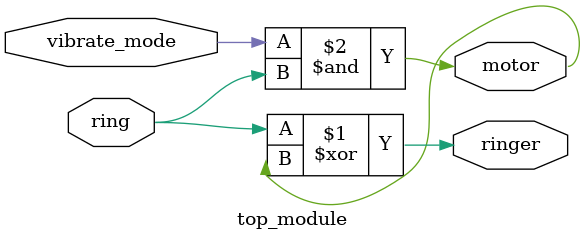
<source format=v>
module top_module (
    input ring,
    input vibrate_mode,
    output ringer,       // Make sound
    output motor         // Vibrate
);
    assign ringer = ring ^ motor;
	assign motor = vibrate_mode & ring;
    

endmodule

</source>
